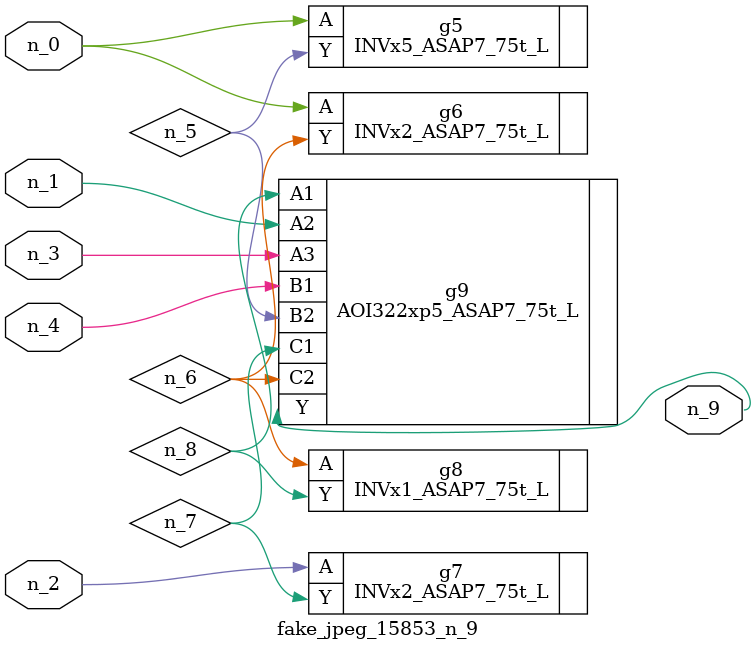
<source format=v>
module fake_jpeg_15853_n_9 (n_3, n_2, n_1, n_0, n_4, n_9);

input n_3;
input n_2;
input n_1;
input n_0;
input n_4;

output n_9;

wire n_8;
wire n_6;
wire n_5;
wire n_7;

INVx5_ASAP7_75t_L g5 ( 
.A(n_0),
.Y(n_5)
);

INVx2_ASAP7_75t_L g6 ( 
.A(n_0),
.Y(n_6)
);

INVx2_ASAP7_75t_L g7 ( 
.A(n_2),
.Y(n_7)
);

INVx1_ASAP7_75t_L g8 ( 
.A(n_6),
.Y(n_8)
);

AOI322xp5_ASAP7_75t_L g9 ( 
.A1(n_8),
.A2(n_1),
.A3(n_3),
.B1(n_4),
.B2(n_5),
.C1(n_7),
.C2(n_6),
.Y(n_9)
);


endmodule
</source>
